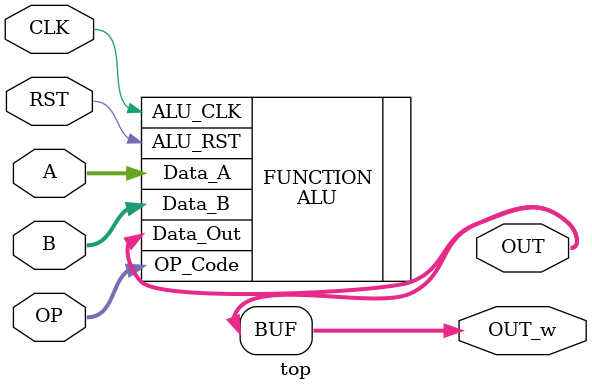
<source format=v>
`timescale 1ns/1ps
`include "alu.v"
module top( A, B, OP, OUT,OUT_w, CLK, RST );

	input CLK,RST;
    input   [3:0] A, B;
    input   [1:0] OP;
    output  [7:0] OUT;
	output  [7:0] OUT_w;
	wire  [7:0] OUT;
	assign OUT_w = OUT;
    ALU FUNCTION(    
        .Data_A(A),
        .Data_B(B),
        .OP_Code(OP),
		.ALU_RST(RST),
        .ALU_CLK(CLK),
		
		.Data_Out(OUT)
    );

endmodule

</source>
